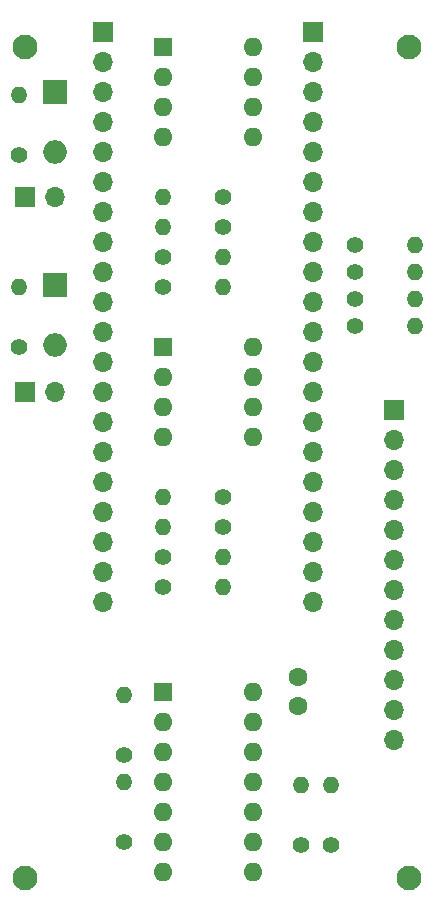
<source format=gbs>
G04 #@! TF.GenerationSoftware,KiCad,Pcbnew,7.0.2-0*
G04 #@! TF.CreationDate,2024-11-24T22:08:16+01:00*
G04 #@! TF.ProjectId,MIDI Box,4d494449-2042-46f7-982e-6b696361645f,rev?*
G04 #@! TF.SameCoordinates,Original*
G04 #@! TF.FileFunction,Soldermask,Bot*
G04 #@! TF.FilePolarity,Negative*
%FSLAX46Y46*%
G04 Gerber Fmt 4.6, Leading zero omitted, Abs format (unit mm)*
G04 Created by KiCad (PCBNEW 7.0.2-0) date 2024-11-24 22:08:16*
%MOMM*%
%LPD*%
G01*
G04 APERTURE LIST*
%ADD10C,1.400000*%
%ADD11O,1.400000X1.400000*%
%ADD12R,1.600000X1.600000*%
%ADD13O,1.600000X1.600000*%
%ADD14R,1.700000X1.700000*%
%ADD15O,1.700000X1.700000*%
%ADD16C,2.100000*%
%ADD17R,2.000000X2.000000*%
%ADD18O,2.000000X2.000000*%
%ADD19C,1.600000*%
G04 APERTURE END LIST*
D10*
X156972000Y-84074000D03*
D11*
X162052000Y-84074000D03*
D12*
X156972000Y-118364000D03*
D13*
X156972000Y-120904000D03*
X156972000Y-123444000D03*
X156972000Y-125984000D03*
X156972000Y-128524000D03*
X156972000Y-131064000D03*
X156972000Y-133604000D03*
X164592000Y-133604000D03*
X164592000Y-131064000D03*
X164592000Y-128524000D03*
X164592000Y-125984000D03*
X164592000Y-123444000D03*
X164592000Y-120904000D03*
X164592000Y-118364000D03*
D10*
X173228000Y-82804000D03*
D11*
X178308000Y-82804000D03*
D10*
X173228000Y-87376000D03*
D11*
X178308000Y-87376000D03*
D10*
X153670000Y-123698000D03*
D11*
X153670000Y-118618000D03*
D10*
X162052000Y-104394000D03*
D11*
X156972000Y-104394000D03*
D10*
X173228000Y-80518000D03*
D11*
X178308000Y-80518000D03*
D10*
X153670000Y-131064000D03*
D11*
X153670000Y-125984000D03*
D14*
X176530000Y-94488000D03*
D15*
X176530000Y-97028000D03*
X176530000Y-99568000D03*
X176530000Y-102108000D03*
X176530000Y-104648000D03*
X176530000Y-107188000D03*
X176530000Y-109728000D03*
X176530000Y-112268000D03*
X176530000Y-114808000D03*
X176530000Y-117348000D03*
X176530000Y-119888000D03*
X176530000Y-122428000D03*
D10*
X171196000Y-131318000D03*
D11*
X171196000Y-126238000D03*
D10*
X162052000Y-78994000D03*
D11*
X156972000Y-78994000D03*
D14*
X169672000Y-62484000D03*
D15*
X169672000Y-65024000D03*
X169672000Y-67564000D03*
X169672000Y-70104000D03*
X169672000Y-72644000D03*
X169672000Y-75184000D03*
X169672000Y-77724000D03*
X169672000Y-80264000D03*
X169672000Y-82804000D03*
X169672000Y-85344000D03*
X169672000Y-87884000D03*
X169672000Y-90424000D03*
X169672000Y-92964000D03*
X169672000Y-95504000D03*
X169672000Y-98044000D03*
X169672000Y-100584000D03*
X169672000Y-103124000D03*
X169672000Y-105664000D03*
X169672000Y-108204000D03*
X169672000Y-110744000D03*
D12*
X156972000Y-89154000D03*
D13*
X156972000Y-91694000D03*
X156972000Y-94234000D03*
X156972000Y-96774000D03*
X164592000Y-96774000D03*
X164592000Y-94234000D03*
X164592000Y-91694000D03*
X164592000Y-89154000D03*
D10*
X144780000Y-89154000D03*
D11*
X144780000Y-84074000D03*
D14*
X151892000Y-62484000D03*
D15*
X151892000Y-65024000D03*
X151892000Y-67564000D03*
X151892000Y-70104000D03*
X151892000Y-72644000D03*
X151892000Y-75184000D03*
X151892000Y-77724000D03*
X151892000Y-80264000D03*
X151892000Y-82804000D03*
X151892000Y-85344000D03*
X151892000Y-87884000D03*
X151892000Y-90424000D03*
X151892000Y-92964000D03*
X151892000Y-95504000D03*
X151892000Y-98044000D03*
X151892000Y-100584000D03*
X151892000Y-103124000D03*
X151892000Y-105664000D03*
X151892000Y-108204000D03*
X151892000Y-110744000D03*
D16*
X177800000Y-134112000D03*
D10*
X156972000Y-81534000D03*
D11*
X162052000Y-81534000D03*
D12*
X156972000Y-63754000D03*
D13*
X156972000Y-66294000D03*
X156972000Y-68834000D03*
X156972000Y-71374000D03*
X164592000Y-71374000D03*
X164592000Y-68834000D03*
X164592000Y-66294000D03*
X164592000Y-63754000D03*
D14*
X145288000Y-92964000D03*
D15*
X147828000Y-92964000D03*
D17*
X147828000Y-83918315D03*
D18*
X147828000Y-88998315D03*
D16*
X145288000Y-134112000D03*
D10*
X162052000Y-76454000D03*
D11*
X156972000Y-76454000D03*
D16*
X145288000Y-63754000D03*
D10*
X173228000Y-85090000D03*
D11*
X178308000Y-85090000D03*
D10*
X162052000Y-101854000D03*
D11*
X156972000Y-101854000D03*
D10*
X156972000Y-109474000D03*
D11*
X162052000Y-109474000D03*
D17*
X147828000Y-67564000D03*
D18*
X147828000Y-72644000D03*
D10*
X144780000Y-72898000D03*
D11*
X144780000Y-67818000D03*
D19*
X168402000Y-117094000D03*
X168402000Y-119594000D03*
D16*
X177800000Y-63754000D03*
D14*
X145288000Y-76454000D03*
D15*
X147828000Y-76454000D03*
D10*
X168656000Y-131318000D03*
D11*
X168656000Y-126238000D03*
D10*
X156972000Y-106934000D03*
D11*
X162052000Y-106934000D03*
M02*

</source>
